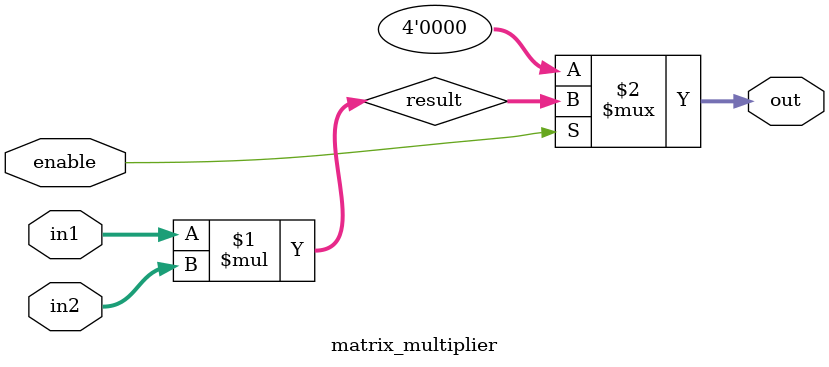
<source format=v>
module matrix_multiplier(in1, in2, enable, out);
  input [3:0] in1;
  input [3:0] in2;
  input enable;
  output [3:0] out;
  
  wire [3:0] result;
  
  assign result = in1 * in2; // multiply the two input vectors
  
  assign out = enable ? result : 4'b0; // output the result if enable is high, otherwise output 0
  
endmodule
</source>
